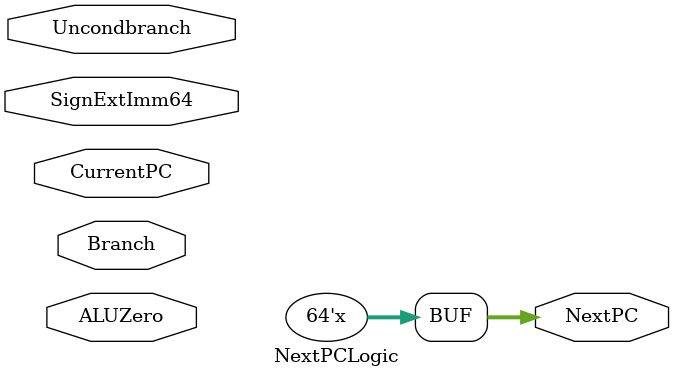
<source format=v>
`timescale 1ns / 1ps

module NextPCLogic(NextPC, CurrentPC, SignExtImm64, Branch, ALUZero, Uncondbranch);
	// Declare I/O
	output reg [63:0] NextPC;
	input [63:0] CurrentPC, SignExtImm64; // SignExtImm64 is output of Sign Extender from previous lab
	input Branch, ALUZero, Uncondbranch;
	
	// Declare internal wires
	reg [63:0] PCPlusFour, ALUResult;
	
	/**
	 * Describe PCLogic based on diagram in class notes,
	 * including specified delays 
	 */
	 always@(*) begin
		// Calculate both, even though only one result will be used,
		// for realism
		PCPlusFour <= #1 CurrentPC + 4;
		ALUResult <= #2 CurrentPC + SignExtImm64;
		
		if(Uncondbranch || Branch && ALUZero) begin // Simulate MUX with ctrl sig logic
			NextPC <= #1 ALUResult; // Here #1 is MUX delay
//			$display("\tBRANCHING: curPC = 0x%h, signExt = 0x%h, going to 0x%h", CurrentPC, SignExtImm64, ALUResult);
		end else
			NextPC <= #1 PCPlusFour;
	end
endmodule

</source>
